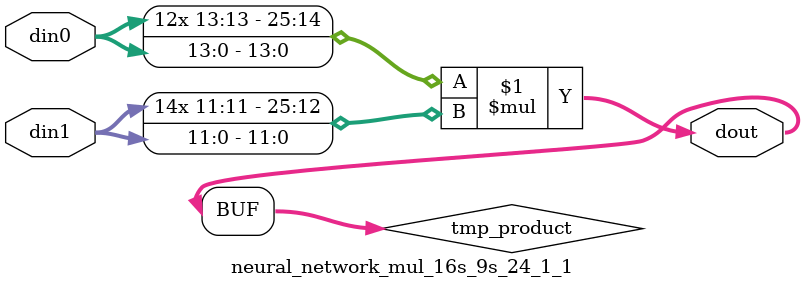
<source format=v>

`timescale 1 ns / 1 ps

  module neural_network_mul_16s_9s_24_1_1(din0, din1, dout);
parameter ID = 1;
parameter NUM_STAGE = 0;
parameter din0_WIDTH = 14;
parameter din1_WIDTH = 12;
parameter dout_WIDTH = 26;

input [din0_WIDTH - 1 : 0] din0; 
input [din1_WIDTH - 1 : 0] din1; 
output [dout_WIDTH - 1 : 0] dout;

wire signed [dout_WIDTH - 1 : 0] tmp_product;













assign tmp_product = $signed(din0) * $signed(din1);








assign dout = tmp_product;







endmodule

</source>
